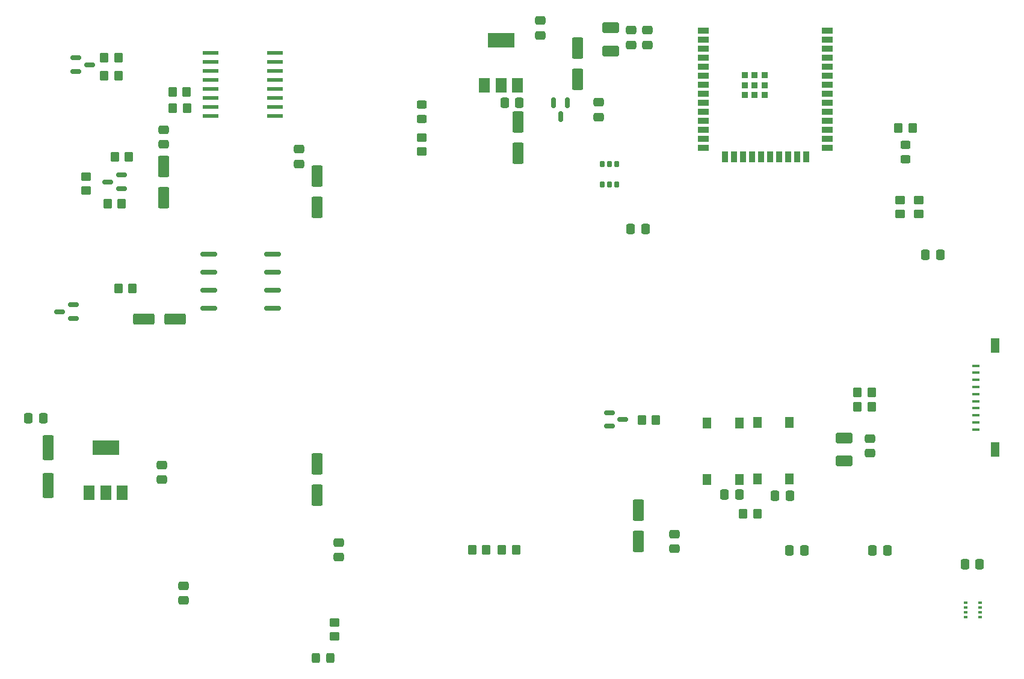
<source format=gbr>
%TF.GenerationSoftware,KiCad,Pcbnew,7.0.8*%
%TF.CreationDate,2023-11-15T18:30:51+02:00*%
%TF.ProjectId,CAN_DISPLAY,43414e5f-4449-4535-904c-41592e6b6963,rev?*%
%TF.SameCoordinates,Original*%
%TF.FileFunction,Paste,Top*%
%TF.FilePolarity,Positive*%
%FSLAX46Y46*%
G04 Gerber Fmt 4.6, Leading zero omitted, Abs format (unit mm)*
G04 Created by KiCad (PCBNEW 7.0.8) date 2023-11-15 18:30:51*
%MOMM*%
%LPD*%
G01*
G04 APERTURE LIST*
G04 Aperture macros list*
%AMRoundRect*
0 Rectangle with rounded corners*
0 $1 Rounding radius*
0 $2 $3 $4 $5 $6 $7 $8 $9 X,Y pos of 4 corners*
0 Add a 4 corners polygon primitive as box body*
4,1,4,$2,$3,$4,$5,$6,$7,$8,$9,$2,$3,0*
0 Add four circle primitives for the rounded corners*
1,1,$1+$1,$2,$3*
1,1,$1+$1,$4,$5*
1,1,$1+$1,$6,$7*
1,1,$1+$1,$8,$9*
0 Add four rect primitives between the rounded corners*
20,1,$1+$1,$2,$3,$4,$5,0*
20,1,$1+$1,$4,$5,$6,$7,0*
20,1,$1+$1,$6,$7,$8,$9,0*
20,1,$1+$1,$8,$9,$2,$3,0*%
G04 Aperture macros list end*
%ADD10R,1.000000X0.400000*%
%ADD11R,1.300000X2.000000*%
%ADD12RoundRect,0.250000X-0.475000X0.337500X-0.475000X-0.337500X0.475000X-0.337500X0.475000X0.337500X0*%
%ADD13RoundRect,0.250000X0.350000X0.450000X-0.350000X0.450000X-0.350000X-0.450000X0.350000X-0.450000X0*%
%ADD14RoundRect,0.150000X0.587500X0.150000X-0.587500X0.150000X-0.587500X-0.150000X0.587500X-0.150000X0*%
%ADD15RoundRect,0.250000X-0.450000X0.325000X-0.450000X-0.325000X0.450000X-0.325000X0.450000X0.325000X0*%
%ADD16RoundRect,0.150000X-0.150000X0.587500X-0.150000X-0.587500X0.150000X-0.587500X0.150000X0.587500X0*%
%ADD17RoundRect,0.250000X-0.550000X1.250000X-0.550000X-1.250000X0.550000X-1.250000X0.550000X1.250000X0*%
%ADD18RoundRect,0.250000X-0.450000X0.350000X-0.450000X-0.350000X0.450000X-0.350000X0.450000X0.350000X0*%
%ADD19RoundRect,0.250000X-0.350000X-0.450000X0.350000X-0.450000X0.350000X0.450000X-0.350000X0.450000X0*%
%ADD20R,1.300000X1.550000*%
%ADD21RoundRect,0.250000X0.475000X-0.337500X0.475000X0.337500X-0.475000X0.337500X-0.475000X-0.337500X0*%
%ADD22RoundRect,0.250000X-0.337500X-0.475000X0.337500X-0.475000X0.337500X0.475000X-0.337500X0.475000X0*%
%ADD23R,1.500000X2.000000*%
%ADD24R,3.800000X2.000000*%
%ADD25R,1.500000X0.900000*%
%ADD26R,0.900000X1.500000*%
%ADD27R,0.900000X0.900000*%
%ADD28RoundRect,0.250001X-0.924999X0.499999X-0.924999X-0.499999X0.924999X-0.499999X0.924999X0.499999X0*%
%ADD29R,0.500000X0.350000*%
%ADD30RoundRect,0.250000X-0.550000X1.500000X-0.550000X-1.500000X0.550000X-1.500000X0.550000X1.500000X0*%
%ADD31RoundRect,0.150000X-0.587500X-0.150000X0.587500X-0.150000X0.587500X0.150000X-0.587500X0.150000X0*%
%ADD32RoundRect,0.250000X0.450000X-0.350000X0.450000X0.350000X-0.450000X0.350000X-0.450000X-0.350000X0*%
%ADD33RoundRect,0.175000X0.175000X-0.275000X0.175000X0.275000X-0.175000X0.275000X-0.175000X-0.275000X0*%
%ADD34RoundRect,0.250000X0.337500X0.475000X-0.337500X0.475000X-0.337500X-0.475000X0.337500X-0.475000X0*%
%ADD35R,2.311400X0.558800*%
%ADD36RoundRect,0.250000X0.450000X-0.325000X0.450000X0.325000X-0.450000X0.325000X-0.450000X-0.325000X0*%
%ADD37RoundRect,0.250000X-0.325000X-0.450000X0.325000X-0.450000X0.325000X0.450000X-0.325000X0.450000X0*%
%ADD38RoundRect,0.162500X1.012500X0.162500X-1.012500X0.162500X-1.012500X-0.162500X1.012500X-0.162500X0*%
%ADD39RoundRect,0.250000X1.250000X0.550000X-1.250000X0.550000X-1.250000X-0.550000X1.250000X-0.550000X0*%
G04 APERTURE END LIST*
D10*
%TO.C,J1*%
X199948800Y-115680000D03*
X199948800Y-114680000D03*
X199948800Y-113680000D03*
X199948800Y-112680000D03*
X199948800Y-111680000D03*
X199948800Y-110680000D03*
X199948800Y-109680000D03*
X199948800Y-108680000D03*
X199948800Y-107680000D03*
X199948800Y-106680000D03*
D11*
X202648800Y-118480000D03*
X202648800Y-103880000D03*
%TD*%
D12*
%TO.C,C26*%
X185039000Y-116945500D03*
X185039000Y-119020500D03*
%TD*%
D13*
%TO.C,R1*%
X88868000Y-68072000D03*
X86868000Y-68072000D03*
%TD*%
D14*
%TO.C,D8*%
X79677500Y-81722000D03*
X79677500Y-79822000D03*
X77802500Y-80772000D03*
%TD*%
D15*
%TO.C,D4*%
X121920000Y-69912500D03*
X121920000Y-71962500D03*
%TD*%
D16*
%TO.C,D9*%
X142428000Y-69674500D03*
X140528000Y-69674500D03*
X141478000Y-71549500D03*
%TD*%
D17*
%TO.C,C17*%
X143891000Y-61935000D03*
X143891000Y-66335000D03*
%TD*%
D18*
%TO.C,R7*%
X74676000Y-80026000D03*
X74676000Y-82026000D03*
%TD*%
D13*
%TO.C,R21*%
X131032000Y-132588000D03*
X129032000Y-132588000D03*
%TD*%
D17*
%TO.C,C6*%
X107213400Y-120558200D03*
X107213400Y-124958200D03*
%TD*%
D13*
%TO.C,R22*%
X135239000Y-132588000D03*
X133239000Y-132588000D03*
%TD*%
%TO.C,R11*%
X191008000Y-73152000D03*
X189008000Y-73152000D03*
%TD*%
D19*
%TO.C,R13*%
X183272400Y-112471200D03*
X185272400Y-112471200D03*
%TD*%
D20*
%TO.C,SW1*%
X169214500Y-122603000D03*
X169214500Y-114653000D03*
X173714500Y-122603000D03*
X173714500Y-114653000D03*
%TD*%
D21*
%TO.C,C32*%
X85598000Y-75481000D03*
X85598000Y-73406000D03*
%TD*%
D22*
%TO.C,C21*%
X171661000Y-124968000D03*
X173736000Y-124968000D03*
%TD*%
%TO.C,C22*%
X164570500Y-124813000D03*
X166645500Y-124813000D03*
%TD*%
D23*
%TO.C,U7*%
X130796000Y-67158000D03*
X133096000Y-67158000D03*
D24*
X133096000Y-60858000D03*
D23*
X135396000Y-67158000D03*
%TD*%
D19*
%TO.C,R6*%
X77724000Y-83820000D03*
X79724000Y-83820000D03*
%TD*%
D13*
%TO.C,R15*%
X185272400Y-110439200D03*
X183272400Y-110439200D03*
%TD*%
D21*
%TO.C,C19*%
X157513000Y-132480500D03*
X157513000Y-130405500D03*
%TD*%
D25*
%TO.C,U2*%
X161562000Y-59456000D03*
X161562000Y-60726000D03*
X161562000Y-61996000D03*
X161562000Y-63266000D03*
X161562000Y-64536000D03*
X161562000Y-65806000D03*
X161562000Y-67076000D03*
X161562000Y-68346000D03*
X161562000Y-69616000D03*
X161562000Y-70886000D03*
X161562000Y-72156000D03*
X161562000Y-73426000D03*
X161562000Y-74696000D03*
X161562000Y-75966000D03*
D26*
X164592000Y-77216000D03*
X165862000Y-77216000D03*
X167132000Y-77216000D03*
X168402000Y-77216000D03*
X169672000Y-77216000D03*
X170942000Y-77216000D03*
X172212000Y-77216000D03*
X173482000Y-77216000D03*
X174752000Y-77216000D03*
X176022000Y-77216000D03*
D25*
X179062000Y-75966000D03*
X179062000Y-74696000D03*
X179062000Y-73426000D03*
X179062000Y-72156000D03*
X179062000Y-70886000D03*
X179062000Y-69616000D03*
X179062000Y-68346000D03*
X179062000Y-67076000D03*
X179062000Y-65806000D03*
X179062000Y-64536000D03*
X179062000Y-63266000D03*
X179062000Y-61996000D03*
X179062000Y-60726000D03*
X179062000Y-59456000D03*
D27*
X167412000Y-65776000D03*
X167412000Y-65776000D03*
X167412000Y-67176000D03*
X167412000Y-68576000D03*
X167412000Y-68576000D03*
X168812000Y-65776000D03*
X168812000Y-67176000D03*
X168812000Y-68576000D03*
X168812000Y-68576000D03*
X170212000Y-65776000D03*
X170212000Y-67176000D03*
X170212000Y-68576000D03*
%TD*%
D23*
%TO.C,U4*%
X75170000Y-124562000D03*
X77470000Y-124562000D03*
D24*
X77470000Y-118262000D03*
D23*
X79770000Y-124562000D03*
%TD*%
D13*
%TO.C,R2*%
X88900000Y-70358000D03*
X86900000Y-70358000D03*
%TD*%
D28*
%TO.C,C28*%
X148539200Y-59081000D03*
X148539200Y-62331000D03*
%TD*%
D12*
%TO.C,C29*%
X151384000Y-59414500D03*
X151384000Y-61489500D03*
%TD*%
%TO.C,C13*%
X85344000Y-120650000D03*
X85344000Y-122725000D03*
%TD*%
%TO.C,C7*%
X88392000Y-137668000D03*
X88392000Y-139743000D03*
%TD*%
D29*
%TO.C,U6*%
X198521600Y-142069900D03*
X198521600Y-141419900D03*
X198521600Y-140769900D03*
X198521600Y-140119900D03*
X200571600Y-140119900D03*
X200571600Y-140769900D03*
X200571600Y-141419900D03*
X200571600Y-142069900D03*
%TD*%
D21*
%TO.C,C33*%
X104648000Y-78253500D03*
X104648000Y-76178500D03*
%TD*%
D30*
%TO.C,C11*%
X69342000Y-118204000D03*
X69342000Y-123604000D03*
%TD*%
D12*
%TO.C,C27*%
X153670000Y-59414500D03*
X153670000Y-61489500D03*
%TD*%
D31*
%TO.C,Q1*%
X148336000Y-113284000D03*
X148336000Y-115184000D03*
X150211000Y-114234000D03*
%TD*%
D32*
%TO.C,R23*%
X189255400Y-85322400D03*
X189255400Y-83322400D03*
%TD*%
D33*
%TO.C,LED1*%
X147402000Y-81132000D03*
X148352000Y-81132000D03*
X149352000Y-81132000D03*
X149352000Y-78232000D03*
X148352000Y-78232000D03*
X147402000Y-78232000D03*
%TD*%
D13*
%TO.C,R4*%
X79248000Y-63246000D03*
X77248000Y-63246000D03*
%TD*%
D32*
%TO.C,R24*%
X191897000Y-85322400D03*
X191897000Y-83322400D03*
%TD*%
D22*
%TO.C,C4*%
X173693000Y-132689600D03*
X175768000Y-132689600D03*
%TD*%
D34*
%TO.C,C30*%
X194941100Y-91038200D03*
X192866100Y-91038200D03*
%TD*%
%TO.C,C12*%
X68703100Y-114046000D03*
X66628100Y-114046000D03*
%TD*%
D20*
%TO.C,SW2*%
X162121800Y-122692000D03*
X162121800Y-114742000D03*
X166621800Y-122692000D03*
X166621800Y-114742000D03*
%TD*%
D17*
%TO.C,C16*%
X135483600Y-72374400D03*
X135483600Y-76774400D03*
%TD*%
D31*
%TO.C,D2*%
X73309000Y-63312000D03*
X73309000Y-65212000D03*
X75184000Y-64262000D03*
%TD*%
D19*
%TO.C,R5*%
X78756000Y-77216000D03*
X80756000Y-77216000D03*
%TD*%
D34*
%TO.C,C31*%
X153416000Y-87376000D03*
X151341000Y-87376000D03*
%TD*%
D35*
%TO.C,U5*%
X101295200Y-71501000D03*
X101295200Y-70231000D03*
X101295200Y-68961000D03*
X101295200Y-67691000D03*
X101295200Y-66421000D03*
X101295200Y-65151000D03*
X101295200Y-63881000D03*
X101295200Y-62611000D03*
X92252800Y-62611000D03*
X92252800Y-63881000D03*
X92252800Y-65151000D03*
X92252800Y-66421000D03*
X92252800Y-67691000D03*
X92252800Y-68961000D03*
X92252800Y-70231000D03*
X92252800Y-71501000D03*
%TD*%
D13*
%TO.C,R3*%
X79248000Y-65786000D03*
X77248000Y-65786000D03*
%TD*%
D34*
%TO.C,C15*%
X135679000Y-69596000D03*
X133604000Y-69596000D03*
%TD*%
D36*
%TO.C,D5*%
X189992000Y-77609000D03*
X189992000Y-75559000D03*
%TD*%
D21*
%TO.C,C14*%
X110236400Y-133647100D03*
X110236400Y-131572100D03*
%TD*%
D22*
%TO.C,C5*%
X198374000Y-134670800D03*
X200449000Y-134670800D03*
%TD*%
D32*
%TO.C,R9*%
X109651800Y-144849600D03*
X109651800Y-142849600D03*
%TD*%
D37*
%TO.C,D3*%
X107049000Y-147853400D03*
X109099000Y-147853400D03*
%TD*%
D18*
%TO.C,R10*%
X121920000Y-74509500D03*
X121920000Y-76509500D03*
%TD*%
D21*
%TO.C,C18*%
X138633200Y-60117900D03*
X138633200Y-58042900D03*
%TD*%
D17*
%TO.C,C9*%
X85598000Y-78572000D03*
X85598000Y-82972000D03*
%TD*%
D19*
%TO.C,R25*%
X152924000Y-114300000D03*
X154924000Y-114300000D03*
%TD*%
D21*
%TO.C,C24*%
X146812000Y-71628000D03*
X146812000Y-69553000D03*
%TD*%
D19*
%TO.C,R12*%
X167164000Y-127508000D03*
X169164000Y-127508000D03*
%TD*%
D13*
%TO.C,R8*%
X81264000Y-95758000D03*
X79264000Y-95758000D03*
%TD*%
D17*
%TO.C,C8*%
X107188000Y-79969000D03*
X107188000Y-84369000D03*
%TD*%
D28*
%TO.C,C25*%
X181356000Y-116866000D03*
X181356000Y-120116000D03*
%TD*%
D38*
%TO.C,U3*%
X100998000Y-98552000D03*
X100998000Y-96012000D03*
X100998000Y-93472000D03*
X100998000Y-90932000D03*
X91948000Y-90932000D03*
X91948000Y-93472000D03*
X91948000Y-96012000D03*
X91948000Y-98552000D03*
%TD*%
D22*
%TO.C,C3*%
X185377000Y-132748000D03*
X187452000Y-132748000D03*
%TD*%
D39*
%TO.C,C10*%
X87274400Y-100126800D03*
X82874400Y-100126800D03*
%TD*%
D14*
%TO.C,D7*%
X72898000Y-100010000D03*
X72898000Y-98110000D03*
X71023000Y-99060000D03*
%TD*%
D17*
%TO.C,C20*%
X152435250Y-127062732D03*
X152435250Y-131462732D03*
%TD*%
M02*

</source>
